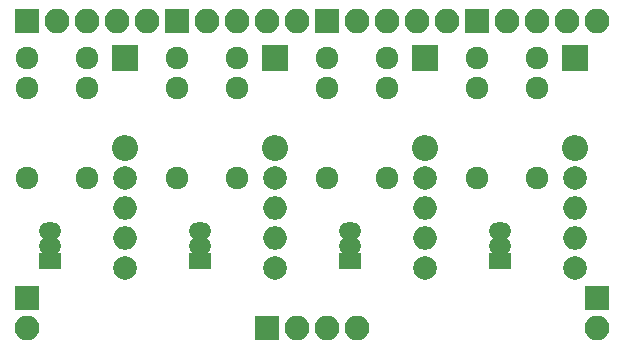
<source format=gbs>
G04 #@! TF.FileFunction,Soldermask,Bot*
%FSLAX46Y46*%
G04 Gerber Fmt 4.6, Leading zero omitted, Abs format (unit mm)*
G04 Created by KiCad (PCBNEW 4.0.7-e2-6376~60~ubuntu17.10.1) date Sat Dec 16 23:23:54 2017*
%MOMM*%
%LPD*%
G01*
G04 APERTURE LIST*
%ADD10C,0.100000*%
%ADD11C,2.000000*%
%ADD12O,2.000000X2.000000*%
%ADD13R,2.100000X2.100000*%
%ADD14O,2.100000X2.100000*%
%ADD15C,1.924000*%
%ADD16O,1.900000X1.450000*%
%ADD17R,1.900000X1.450000*%
%ADD18R,2.200000X2.200000*%
%ADD19O,2.200000X2.200000*%
G04 APERTURE END LIST*
D10*
D11*
X175895000Y-112395000D03*
D12*
X175895000Y-114935000D03*
D13*
X177800000Y-122555000D03*
D14*
X177800000Y-125095000D03*
D13*
X129540000Y-122555000D03*
D14*
X129540000Y-125095000D03*
D13*
X149860000Y-125095000D03*
D14*
X152400000Y-125095000D03*
X154940000Y-125095000D03*
X157480000Y-125095000D03*
D13*
X129540000Y-99060000D03*
D14*
X132080000Y-99060000D03*
X134620000Y-99060000D03*
X137160000Y-99060000D03*
X139700000Y-99060000D03*
D13*
X142240000Y-99060000D03*
D14*
X144780000Y-99060000D03*
X147320000Y-99060000D03*
X149860000Y-99060000D03*
X152400000Y-99060000D03*
D13*
X154940000Y-99060000D03*
D14*
X157480000Y-99060000D03*
X160020000Y-99060000D03*
X162560000Y-99060000D03*
X165100000Y-99060000D03*
D13*
X167640000Y-99060000D03*
D14*
X170180000Y-99060000D03*
X172720000Y-99060000D03*
X175260000Y-99060000D03*
X177800000Y-99060000D03*
D15*
X134620000Y-102235000D03*
X129540000Y-102235000D03*
X134620000Y-104775000D03*
X129540000Y-104775000D03*
X134620000Y-112395000D03*
X129540000Y-112395000D03*
X147320000Y-102235000D03*
X142240000Y-102235000D03*
X147320000Y-104775000D03*
X142240000Y-104775000D03*
X147320000Y-112395000D03*
X142240000Y-112395000D03*
X160020000Y-102235000D03*
X154940000Y-102235000D03*
X160020000Y-104775000D03*
X154940000Y-104775000D03*
X160020000Y-112395000D03*
X154940000Y-112395000D03*
X172720000Y-102235000D03*
X167640000Y-102235000D03*
X172720000Y-104775000D03*
X167640000Y-104775000D03*
X172720000Y-112395000D03*
X167640000Y-112395000D03*
D16*
X131445000Y-118110000D03*
X131445000Y-116840000D03*
D17*
X131445000Y-119380000D03*
D16*
X144145000Y-118110000D03*
X144145000Y-116840000D03*
D17*
X144145000Y-119380000D03*
D16*
X156845000Y-118110000D03*
X156845000Y-116840000D03*
D17*
X156845000Y-119380000D03*
D16*
X169545000Y-118110000D03*
X169545000Y-116840000D03*
D17*
X169545000Y-119380000D03*
D18*
X137795000Y-102235000D03*
D19*
X137795000Y-109855000D03*
D18*
X150495000Y-102235000D03*
D19*
X150495000Y-109855000D03*
D18*
X163195000Y-102235000D03*
D19*
X163195000Y-109855000D03*
D18*
X175895000Y-102235000D03*
D19*
X175895000Y-109855000D03*
D11*
X137795000Y-112395000D03*
D12*
X137795000Y-114935000D03*
D11*
X137795000Y-120015000D03*
D12*
X137795000Y-117475000D03*
D11*
X150495000Y-120015000D03*
D12*
X150495000Y-117475000D03*
D11*
X150495000Y-112395000D03*
D12*
X150495000Y-114935000D03*
D11*
X163195000Y-120015000D03*
D12*
X163195000Y-117475000D03*
D11*
X163195000Y-112395000D03*
D12*
X163195000Y-114935000D03*
D11*
X175895000Y-120015000D03*
D12*
X175895000Y-117475000D03*
M02*

</source>
